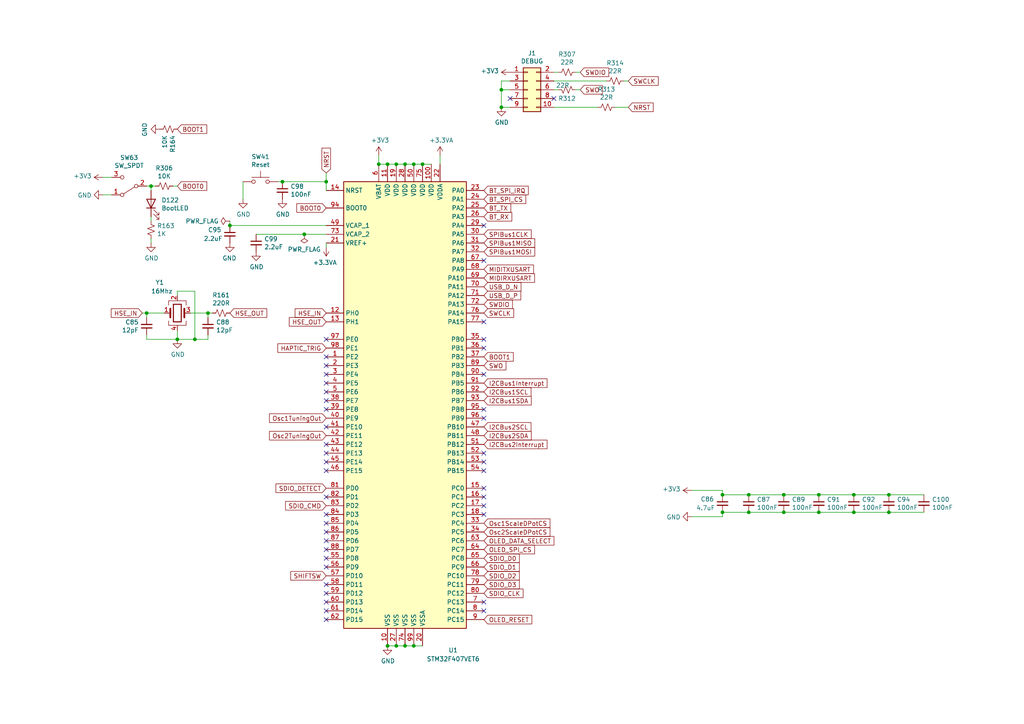
<source format=kicad_sch>
(kicad_sch (version 20210621) (generator eeschema)
  (paper "A4")
  (lib_symbols
    (symbol "Connector_Generic:Conn_02x05_Odd_Even" (pin_names (offset 1.016) hide)
      (property "Reference" "J" (at 1.27 7.62 0))
      (property "Value" "Conn_02x05_Odd_Even" (at 1.27 -7.62 0))
      (symbol "Conn_02x05_Odd_Even_1_1"
        (rectangle (start -1.27 -4.953) (end 0 -5.207) (stroke (width 0.1524)))
        (rectangle (start -1.27 -2.413) (end 0 -2.667) (stroke (width 0.1524)))
        (rectangle (start -1.27 0.127) (end 0 -0.127) (stroke (width 0.1524)))
        (rectangle (start -1.27 2.667) (end 0 2.413) (stroke (width 0.1524)))
        (rectangle (start -1.27 5.207) (end 0 4.953) (stroke (width 0.1524)))
        (rectangle (start 3.81 -4.953) (end 2.54 -5.207) (stroke (width 0.1524)))
        (rectangle (start 3.81 -2.413) (end 2.54 -2.667) (stroke (width 0.1524)))
        (rectangle (start 3.81 0.127) (end 2.54 -0.127) (stroke (width 0.1524)))
        (rectangle (start 3.81 2.667) (end 2.54 2.413) (stroke (width 0.1524)))
        (rectangle (start 3.81 5.207) (end 2.54 4.953) (stroke (width 0.1524)))
        (rectangle (start -1.27 6.35) (end 3.81 -6.35) (stroke (width 0.254)) (fill (type background)))
        (pin passive line (at -5.08 5.08 0) (length 3.81) (name "Pin_1") (number "1"))
        (pin passive line (at 7.62 -5.08 180) (length 3.81) (name "Pin_10") (number "10"))
        (pin passive line (at 7.62 5.08 180) (length 3.81) (name "Pin_2") (number "2"))
        (pin passive line (at -5.08 2.54 0) (length 3.81) (name "Pin_3") (number "3"))
        (pin passive line (at 7.62 2.54 180) (length 3.81) (name "Pin_4") (number "4"))
        (pin passive line (at -5.08 0 0) (length 3.81) (name "Pin_5") (number "5"))
        (pin passive line (at 7.62 0 180) (length 3.81) (name "Pin_6") (number "6"))
        (pin passive line (at -5.08 -2.54 0) (length 3.81) (name "Pin_7") (number "7"))
        (pin passive line (at 7.62 -2.54 180) (length 3.81) (name "Pin_8") (number "8"))
        (pin passive line (at -5.08 -5.08 0) (length 3.81) (name "Pin_9") (number "9"))
      )
    )
    (symbol "Device:C_Small" (pin_numbers hide) (pin_names (offset 0.254) hide)
      (property "Reference" "C" (at 0.254 1.778 0))
      (property "Value" "C_Small" (at 0.254 -2.032 0))
      (symbol "C_Small_0_1"
        (polyline (pts (xy -1.524 -0.508) (xy 1.524 -0.508)) (stroke (width 0.3302)))
        (polyline (pts (xy -1.524 0.508) (xy 1.524 0.508)) (stroke (width 0.3048)))
      )
      (symbol "C_Small_1_1"
        (pin passive line (at 0 2.54 270) (length 2.032) (name "~") (number "1"))
        (pin passive line (at 0 -2.54 90) (length 2.032) (name "~") (number "2"))
      )
    )
    (symbol "Device:Crystal_GND24" (pin_names (offset 1.016) hide)
      (property "Reference" "Y" (at 3.175 5.08 0))
      (property "Value" "Crystal_GND24" (at 3.175 3.175 0))
      (symbol "Crystal_GND24_0_1"
        (rectangle (start -1.143 2.54) (end 1.143 -2.54) (stroke (width 0.3048)))
        (polyline (pts (xy -2.54 0) (xy -2.032 0)))
        (polyline (pts (xy -2.032 -1.27) (xy -2.032 1.27)) (stroke (width 0.508)))
        (polyline (pts (xy 0 -3.81) (xy 0 -3.556)))
        (polyline (pts (xy 0 3.556) (xy 0 3.81)))
        (polyline (pts (xy 2.032 -1.27) (xy 2.032 1.27)) (stroke (width 0.508)))
        (polyline (pts (xy 2.032 0) (xy 2.54 0)))
        (polyline (pts (xy -2.54 -2.286) (xy -2.54 -3.556) (xy 2.54 -3.556) (xy 2.54 -2.286)))
        (polyline (pts (xy -2.54 2.286) (xy -2.54 3.556) (xy 2.54 3.556) (xy 2.54 2.286)))
      )
      (symbol "Crystal_GND24_1_1"
        (pin passive line (at -3.81 0 0) (length 1.27) (name "1") (number "1"))
        (pin passive line (at 0 5.08 270) (length 1.27) (name "2") (number "2"))
        (pin passive line (at 3.81 0 180) (length 1.27) (name "3") (number "3"))
        (pin passive line (at 0 -5.08 90) (length 1.27) (name "4") (number "4"))
      )
    )
    (symbol "Device:LED" (pin_numbers hide) (pin_names (offset 1.016) hide)
      (property "Reference" "D" (at 0 2.54 0))
      (property "Value" "LED" (at 0 -2.54 0))
      (symbol "LED_0_1"
        (polyline (pts (xy -1.27 -1.27) (xy -1.27 1.27)) (stroke (width 0.254)))
        (polyline (pts (xy -1.27 0) (xy 1.27 0)))
        (polyline (pts (xy 1.27 -1.27) (xy 1.27 1.27) (xy -1.27 0) (xy 1.27 -1.27)) (stroke (width 0.254)))
        (polyline (pts (xy -3.048 -0.762) (xy -4.572 -2.286) (xy -3.81 -2.286) (xy -4.572 -2.286) (xy -4.572 -1.524)))
        (polyline (pts (xy -1.778 -0.762) (xy -3.302 -2.286) (xy -2.54 -2.286) (xy -3.302 -2.286) (xy -3.302 -1.524)))
      )
      (symbol "LED_1_1"
        (pin passive line (at -3.81 0 0) (length 2.54) (name "K") (number "1"))
        (pin passive line (at 3.81 0 180) (length 2.54) (name "A") (number "2"))
      )
    )
    (symbol "Device:R_Small_US" (pin_numbers hide) (pin_names (offset 0.254) hide)
      (property "Reference" "R" (at 0.762 0.508 0))
      (property "Value" "R_Small_US" (at 0.762 -1.016 0))
      (symbol "R_Small_US_1_1"
        (polyline (pts (xy 0 0) (xy 1.016 -0.381) (xy 0 -0.762) (xy -1.016 -1.143) (xy 0 -1.524)))
        (polyline (pts (xy 0 1.524) (xy 1.016 1.143) (xy 0 0.762) (xy -1.016 0.381) (xy 0 0)))
        (pin passive line (at 0 2.54 270) (length 1.016) (name "~") (number "1"))
        (pin passive line (at 0 -2.54 90) (length 1.016) (name "~") (number "2"))
      )
    )
    (symbol "MCU_ST_STM32F4:STM32F407VETx"
      (property "Reference" "U" (at -17.78 64.77 0))
      (property "Value" "STM32F407VETx" (at 12.7 64.77 0))
      (symbol "STM32F407VETx_0_1"
        (rectangle (start -17.78 -66.04) (end 17.78 63.5) (stroke (width 0.254)) (fill (type background)))
      )
      (symbol "STM32F407VETx_1_1"
        (pin bidirectional line (at -22.86 12.7 0) (length 5.08) (name "PE2") (number "1"))
        (pin power_in line (at -5.08 -71.12 90) (length 5.08) (name "VSS") (number "10"))
        (pin power_in line (at 7.62 68.58 270) (length 5.08) (name "VDD") (number "100"))
        (pin power_in line (at -5.08 68.58 270) (length 5.08) (name "VDD") (number "11"))
        (pin input line (at -22.86 25.4 0) (length 5.08) (name "PH0") (number "12"))
        (pin input line (at -22.86 22.86 0) (length 5.08) (name "PH1") (number "13"))
        (pin input line (at -22.86 60.96 0) (length 5.08) (name "NRST") (number "14"))
        (pin bidirectional line (at 22.86 -25.4 180) (length 5.08) (name "PC0") (number "15"))
        (pin bidirectional line (at 22.86 -27.94 180) (length 5.08) (name "PC1") (number "16"))
        (pin bidirectional line (at 22.86 -30.48 180) (length 5.08) (name "PC2") (number "17"))
        (pin bidirectional line (at 22.86 -33.02 180) (length 5.08) (name "PC3") (number "18"))
        (pin power_in line (at -2.54 68.58 270) (length 5.08) (name "VDD") (number "19"))
        (pin bidirectional line (at -22.86 10.16 0) (length 5.08) (name "PE3") (number "2"))
        (pin power_in line (at 5.08 -71.12 90) (length 5.08) (name "VSSA") (number "20"))
        (pin power_in line (at -22.86 45.72 0) (length 5.08) (name "VREF+") (number "21"))
        (pin power_in line (at 10.16 68.58 270) (length 5.08) (name "VDDA") (number "22"))
        (pin bidirectional line (at 22.86 60.96 180) (length 5.08) (name "PA0") (number "23"))
        (pin bidirectional line (at 22.86 58.42 180) (length 5.08) (name "PA1") (number "24"))
        (pin bidirectional line (at 22.86 55.88 180) (length 5.08) (name "PA2") (number "25"))
        (pin bidirectional line (at 22.86 53.34 180) (length 5.08) (name "PA3") (number "26"))
        (pin power_in line (at -2.54 -71.12 90) (length 5.08) (name "VSS") (number "27"))
        (pin power_in line (at 0 68.58 270) (length 5.08) (name "VDD") (number "28"))
        (pin bidirectional line (at 22.86 50.8 180) (length 5.08) (name "PA4") (number "29"))
        (pin bidirectional line (at -22.86 7.62 0) (length 5.08) (name "PE4") (number "3"))
        (pin bidirectional line (at 22.86 48.26 180) (length 5.08) (name "PA5") (number "30"))
        (pin bidirectional line (at 22.86 45.72 180) (length 5.08) (name "PA6") (number "31"))
        (pin bidirectional line (at 22.86 43.18 180) (length 5.08) (name "PA7") (number "32"))
        (pin bidirectional line (at 22.86 -35.56 180) (length 5.08) (name "PC4") (number "33"))
        (pin bidirectional line (at 22.86 -38.1 180) (length 5.08) (name "PC5") (number "34"))
        (pin bidirectional line (at 22.86 17.78 180) (length 5.08) (name "PB0") (number "35"))
        (pin bidirectional line (at 22.86 15.24 180) (length 5.08) (name "PB1") (number "36"))
        (pin bidirectional line (at 22.86 12.7 180) (length 5.08) (name "PB2") (number "37"))
        (pin bidirectional line (at -22.86 0 0) (length 5.08) (name "PE7") (number "38"))
        (pin bidirectional line (at -22.86 -2.54 0) (length 5.08) (name "PE8") (number "39"))
        (pin bidirectional line (at -22.86 5.08 0) (length 5.08) (name "PE5") (number "4"))
        (pin bidirectional line (at -22.86 -5.08 0) (length 5.08) (name "PE9") (number "40"))
        (pin bidirectional line (at -22.86 -7.62 0) (length 5.08) (name "PE10") (number "41"))
        (pin bidirectional line (at -22.86 -10.16 0) (length 5.08) (name "PE11") (number "42"))
        (pin bidirectional line (at -22.86 -12.7 0) (length 5.08) (name "PE12") (number "43"))
        (pin bidirectional line (at -22.86 -15.24 0) (length 5.08) (name "PE13") (number "44"))
        (pin bidirectional line (at -22.86 -17.78 0) (length 5.08) (name "PE14") (number "45"))
        (pin bidirectional line (at -22.86 -20.32 0) (length 5.08) (name "PE15") (number "46"))
        (pin bidirectional line (at 22.86 -7.62 180) (length 5.08) (name "PB10") (number "47"))
        (pin bidirectional line (at 22.86 -10.16 180) (length 5.08) (name "PB11") (number "48"))
        (pin power_in line (at -22.86 50.8 0) (length 5.08) (name "VCAP_1") (number "49"))
        (pin bidirectional line (at -22.86 2.54 0) (length 5.08) (name "PE6") (number "5"))
        (pin power_in line (at 2.54 68.58 270) (length 5.08) (name "VDD") (number "50"))
        (pin bidirectional line (at 22.86 -12.7 180) (length 5.08) (name "PB12") (number "51"))
        (pin bidirectional line (at 22.86 -15.24 180) (length 5.08) (name "PB13") (number "52"))
        (pin bidirectional line (at 22.86 -17.78 180) (length 5.08) (name "PB14") (number "53"))
        (pin bidirectional line (at 22.86 -20.32 180) (length 5.08) (name "PB15") (number "54"))
        (pin bidirectional line (at -22.86 -45.72 0) (length 5.08) (name "PD8") (number "55"))
        (pin bidirectional line (at -22.86 -48.26 0) (length 5.08) (name "PD9") (number "56"))
        (pin bidirectional line (at -22.86 -50.8 0) (length 5.08) (name "PD10") (number "57"))
        (pin bidirectional line (at -22.86 -53.34 0) (length 5.08) (name "PD11") (number "58"))
        (pin bidirectional line (at -22.86 -55.88 0) (length 5.08) (name "PD12") (number "59"))
        (pin power_in line (at -7.62 68.58 270) (length 5.08) (name "VBAT") (number "6"))
        (pin bidirectional line (at -22.86 -58.42 0) (length 5.08) (name "PD13") (number "60"))
        (pin bidirectional line (at -22.86 -60.96 0) (length 5.08) (name "PD14") (number "61"))
        (pin bidirectional line (at -22.86 -63.5 0) (length 5.08) (name "PD15") (number "62"))
        (pin bidirectional line (at 22.86 -40.64 180) (length 5.08) (name "PC6") (number "63"))
        (pin bidirectional line (at 22.86 -43.18 180) (length 5.08) (name "PC7") (number "64"))
        (pin bidirectional line (at 22.86 -45.72 180) (length 5.08) (name "PC8") (number "65"))
        (pin bidirectional line (at 22.86 -48.26 180) (length 5.08) (name "PC9") (number "66"))
        (pin bidirectional line (at 22.86 40.64 180) (length 5.08) (name "PA8") (number "67"))
        (pin bidirectional line (at 22.86 38.1 180) (length 5.08) (name "PA9") (number "68"))
        (pin bidirectional line (at 22.86 35.56 180) (length 5.08) (name "PA10") (number "69"))
        (pin bidirectional line (at 22.86 -58.42 180) (length 5.08) (name "PC13") (number "7"))
        (pin bidirectional line (at 22.86 33.02 180) (length 5.08) (name "PA11") (number "70"))
        (pin bidirectional line (at 22.86 30.48 180) (length 5.08) (name "PA12") (number "71"))
        (pin bidirectional line (at 22.86 27.94 180) (length 5.08) (name "PA13") (number "72"))
        (pin power_in line (at -22.86 48.26 0) (length 5.08) (name "VCAP_2") (number "73"))
        (pin power_in line (at 0 -71.12 90) (length 5.08) (name "VSS") (number "74"))
        (pin power_in line (at 5.08 68.58 270) (length 5.08) (name "VDD") (number "75"))
        (pin bidirectional line (at 22.86 25.4 180) (length 5.08) (name "PA14") (number "76"))
        (pin bidirectional line (at 22.86 22.86 180) (length 5.08) (name "PA15") (number "77"))
        (pin bidirectional line (at 22.86 -50.8 180) (length 5.08) (name "PC10") (number "78"))
        (pin bidirectional line (at 22.86 -53.34 180) (length 5.08) (name "PC11") (number "79"))
        (pin bidirectional line (at 22.86 -60.96 180) (length 5.08) (name "PC14") (number "8"))
        (pin bidirectional line (at 22.86 -55.88 180) (length 5.08) (name "PC12") (number "80"))
        (pin bidirectional line (at -22.86 -25.4 0) (length 5.08) (name "PD0") (number "81"))
        (pin bidirectional line (at -22.86 -27.94 0) (length 5.08) (name "PD1") (number "82"))
        (pin bidirectional line (at -22.86 -30.48 0) (length 5.08) (name "PD2") (number "83"))
        (pin bidirectional line (at -22.86 -33.02 0) (length 5.08) (name "PD3") (number "84"))
        (pin bidirectional line (at -22.86 -35.56 0) (length 5.08) (name "PD4") (number "85"))
        (pin bidirectional line (at -22.86 -38.1 0) (length 5.08) (name "PD5") (number "86"))
        (pin bidirectional line (at -22.86 -40.64 0) (length 5.08) (name "PD6") (number "87"))
        (pin bidirectional line (at -22.86 -43.18 0) (length 5.08) (name "PD7") (number "88"))
        (pin bidirectional line (at 22.86 10.16 180) (length 5.08) (name "PB3") (number "89"))
        (pin bidirectional line (at 22.86 -63.5 180) (length 5.08) (name "PC15") (number "9"))
        (pin bidirectional line (at 22.86 7.62 180) (length 5.08) (name "PB4") (number "90"))
        (pin bidirectional line (at 22.86 5.08 180) (length 5.08) (name "PB5") (number "91"))
        (pin bidirectional line (at 22.86 2.54 180) (length 5.08) (name "PB6") (number "92"))
        (pin bidirectional line (at 22.86 0 180) (length 5.08) (name "PB7") (number "93"))
        (pin input line (at -22.86 55.88 0) (length 5.08) (name "BOOT0") (number "94"))
        (pin bidirectional line (at 22.86 -2.54 180) (length 5.08) (name "PB8") (number "95"))
        (pin bidirectional line (at 22.86 -5.08 180) (length 5.08) (name "PB9") (number "96"))
        (pin bidirectional line (at -22.86 17.78 0) (length 5.08) (name "PE0") (number "97"))
        (pin bidirectional line (at -22.86 15.24 0) (length 5.08) (name "PE1") (number "98"))
        (pin power_in line (at 2.54 -71.12 90) (length 5.08) (name "VSS") (number "99"))
      )
    )
    (symbol "Switch:SW_Push" (pin_numbers hide) (pin_names (offset 1.016) hide)
      (property "Reference" "SW" (at 1.27 2.54 0))
      (property "Value" "SW_Push" (at 0 -1.524 0))
      (symbol "SW_Push_0_1"
        (circle (center -2.032 0) (radius 0.508))
        (circle (center 2.032 0) (radius 0.508))
        (polyline (pts (xy 0 1.27) (xy 0 3.048)))
        (polyline (pts (xy 2.54 1.27) (xy -2.54 1.27)))
        (pin passive line (at -5.08 0 0) (length 2.54) (name "1") (number "1"))
        (pin passive line (at 5.08 0 180) (length 2.54) (name "2") (number "2"))
      )
    )
    (symbol "Switch:SW_SPDT" (pin_names (offset 0) hide)
      (property "Reference" "SW" (at 0 4.318 0))
      (property "Value" "SW_SPDT" (at 0 -5.08 0))
      (symbol "SW_SPDT_0_0"
        (circle (center -2.032 0) (radius 0.508))
        (circle (center 2.032 -2.54) (radius 0.508))
      )
      (symbol "SW_SPDT_0_1"
        (circle (center 2.032 2.54) (radius 0.508))
        (polyline (pts (xy -1.524 0.254) (xy 1.651 2.286)))
      )
      (symbol "SW_SPDT_1_1"
        (pin passive line (at 5.08 2.54 180) (length 2.54) (name "A") (number "1"))
        (pin passive line (at -5.08 0 0) (length 2.54) (name "B") (number "2"))
        (pin passive line (at 5.08 -2.54 180) (length 2.54) (name "C") (number "3"))
      )
    )
    (symbol "power:+3.3V" (power) (pin_names (offset 0))
      (property "Value" "+3.3V" (at 0 3.556 0))
      (symbol "+3.3V_0_1"
        (polyline (pts (xy -0.762 1.27) (xy 0 2.54)))
        (polyline (pts (xy 0 0) (xy 0 2.54)))
        (polyline (pts (xy 0 2.54) (xy 0.762 1.27)))
      )
      (symbol "+3.3V_1_1"
        (pin power_in line (at 0 0 90) (length 0) hide (name "+3V3") (number "1"))
      )
    )
    (symbol "power:+3.3VA" (power) (pin_names (offset 0))
      (property "Value" "+3.3VA" (at 0 3.556 0))
      (symbol "+3.3VA_0_1"
        (polyline (pts (xy -0.762 1.27) (xy 0 2.54)))
        (polyline (pts (xy 0 0) (xy 0 2.54)))
        (polyline (pts (xy 0 2.54) (xy 0.762 1.27)))
      )
      (symbol "+3.3VA_1_1"
        (pin power_in line (at 0 0 90) (length 0) hide (name "+3.3VA") (number "1"))
      )
    )
    (symbol "power:GND" (power) (pin_names (offset 0))
      (property "Value" "GND" (at 0 -3.81 0))
      (symbol "GND_0_1"
        (polyline (pts (xy 0 0) (xy 0 -1.27) (xy 1.27 -1.27) (xy 0 -2.54) (xy -1.27 -1.27) (xy 0 -1.27)))
      )
      (symbol "GND_1_1"
        (pin power_in line (at 0 0 270) (length 0) hide (name "GND") (number "1"))
      )
    )
    (symbol "power:PWR_FLAG" (power) (pin_numbers hide) (pin_names (offset 0) hide)
      (property "Value" "PWR_FLAG" (at 0 3.81 0))
      (symbol "PWR_FLAG_0_0"
        (pin power_out line (at 0 0 90) (length 0) (name "pwr") (number "1"))
      )
      (symbol "PWR_FLAG_0_1"
        (polyline (pts (xy 0 0) (xy 0 1.27) (xy -1.016 1.905) (xy 0 2.54) (xy 1.016 1.905) (xy 0 1.27)))
      )
    )
  )
  (junction (at 42.545 90.805))
  (junction (at 43.815 53.975))
  (junction (at 51.435 98.425))
  (junction (at 56.515 98.425))
  (junction (at 60.325 90.805))
  (junction (at 66.675 65.405))
  (junction (at 81.915 52.705))
  (junction (at 88.265 67.945))
  (junction (at 94.615 52.705))
  (junction (at 109.855 47.625))
  (junction (at 112.395 47.625))
  (junction (at 112.395 187.325))
  (junction (at 114.935 47.625))
  (junction (at 114.935 187.325))
  (junction (at 117.475 47.625))
  (junction (at 117.475 187.325))
  (junction (at 120.015 47.625))
  (junction (at 120.015 187.325))
  (junction (at 122.555 47.625))
  (junction (at 145.415 26.035))
  (junction (at 145.415 31.115))
  (junction (at 209.55 143.51))
  (junction (at 209.55 148.59))
  (junction (at 217.17 143.51))
  (junction (at 217.17 148.59))
  (junction (at 227.33 143.51))
  (junction (at 227.33 148.59))
  (junction (at 237.49 143.51))
  (junction (at 237.49 148.59))
  (junction (at 247.65 143.51))
  (junction (at 247.65 148.59))
  (junction (at 257.81 143.51))
  (junction (at 257.81 148.59))
  (no_connect (at 94.615 98.425))
  (no_connect (at 94.615 103.505))
  (no_connect (at 94.615 106.045))
  (no_connect (at 94.615 108.585))
  (no_connect (at 94.615 111.125))
  (no_connect (at 94.615 113.665))
  (no_connect (at 94.615 116.205))
  (no_connect (at 94.615 118.745))
  (no_connect (at 94.615 123.825))
  (no_connect (at 94.615 128.905))
  (no_connect (at 94.615 131.445))
  (no_connect (at 94.615 133.985))
  (no_connect (at 94.615 136.525))
  (no_connect (at 94.615 144.145))
  (no_connect (at 94.615 149.225))
  (no_connect (at 94.615 151.765))
  (no_connect (at 94.615 154.305))
  (no_connect (at 94.615 156.845))
  (no_connect (at 94.615 159.385))
  (no_connect (at 94.615 161.925))
  (no_connect (at 94.615 164.465))
  (no_connect (at 94.615 169.545))
  (no_connect (at 94.615 172.085))
  (no_connect (at 94.615 174.625))
  (no_connect (at 94.615 177.165))
  (no_connect (at 94.615 179.705))
  (no_connect (at 140.335 65.405))
  (no_connect (at 140.335 75.565))
  (no_connect (at 140.335 93.345))
  (no_connect (at 140.335 98.425))
  (no_connect (at 140.335 100.965))
  (no_connect (at 140.335 108.585))
  (no_connect (at 140.335 118.745))
  (no_connect (at 140.335 121.285))
  (no_connect (at 140.335 131.445))
  (no_connect (at 140.335 133.985))
  (no_connect (at 140.335 136.525))
  (no_connect (at 140.335 141.605))
  (no_connect (at 140.335 144.145))
  (no_connect (at 140.335 146.685))
  (no_connect (at 140.335 149.225))
  (no_connect (at 140.335 174.625))
  (no_connect (at 140.335 177.165))
  (no_connect (at 147.955 28.575))
  (no_connect (at 160.655 28.575))
  (wire (pts (xy 29.845 51.435) (xy 32.385 51.435)))
  (wire (pts (xy 29.845 56.515) (xy 32.385 56.515)))
  (wire (pts (xy 42.545 90.805) (xy 41.275 90.805)))
  (wire (pts (xy 42.545 92.075) (xy 42.545 90.805)))
  (wire (pts (xy 42.545 97.155) (xy 42.545 98.425)))
  (wire (pts (xy 42.545 98.425) (xy 51.435 98.425)))
  (wire (pts (xy 43.815 53.975) (xy 42.545 53.975)))
  (wire (pts (xy 43.815 55.245) (xy 43.815 53.975)))
  (wire (pts (xy 43.815 64.135) (xy 43.815 62.865)))
  (wire (pts (xy 43.815 69.215) (xy 43.815 70.485)))
  (wire (pts (xy 45.085 53.975) (xy 43.815 53.975)))
  (wire (pts (xy 47.625 90.805) (xy 42.545 90.805)))
  (wire (pts (xy 50.165 53.975) (xy 51.435 53.975)))
  (wire (pts (xy 51.435 84.455) (xy 56.515 84.455)))
  (wire (pts (xy 51.435 85.725) (xy 51.435 84.455)))
  (wire (pts (xy 51.435 95.885) (xy 51.435 98.425)))
  (wire (pts (xy 51.435 98.425) (xy 56.515 98.425)))
  (wire (pts (xy 56.515 84.455) (xy 56.515 98.425)))
  (wire (pts (xy 56.515 98.425) (xy 60.325 98.425)))
  (wire (pts (xy 60.325 90.805) (xy 55.245 90.805)))
  (wire (pts (xy 60.325 92.075) (xy 60.325 90.805)))
  (wire (pts (xy 60.325 98.425) (xy 60.325 97.155)))
  (wire (pts (xy 61.595 90.805) (xy 60.325 90.805)))
  (wire (pts (xy 66.675 64.135) (xy 66.675 65.405)))
  (wire (pts (xy 66.675 65.405) (xy 94.615 65.405)))
  (wire (pts (xy 70.485 52.705) (xy 70.485 57.785)))
  (wire (pts (xy 80.645 52.705) (xy 81.915 52.705)))
  (wire (pts (xy 81.915 52.705) (xy 94.615 52.705)))
  (wire (pts (xy 88.265 67.945) (xy 74.295 67.945)))
  (wire (pts (xy 94.615 50.165) (xy 94.615 52.705)))
  (wire (pts (xy 94.615 52.705) (xy 94.615 55.245)))
  (wire (pts (xy 94.615 67.945) (xy 88.265 67.945)))
  (wire (pts (xy 94.615 71.755) (xy 94.615 70.485)))
  (wire (pts (xy 109.855 45.085) (xy 109.855 47.625)))
  (wire (pts (xy 109.855 47.625) (xy 112.395 47.625)))
  (wire (pts (xy 112.395 47.625) (xy 114.935 47.625)))
  (wire (pts (xy 114.935 47.625) (xy 117.475 47.625)))
  (wire (pts (xy 114.935 187.325) (xy 112.395 187.325)))
  (wire (pts (xy 117.475 47.625) (xy 120.015 47.625)))
  (wire (pts (xy 117.475 187.325) (xy 114.935 187.325)))
  (wire (pts (xy 120.015 47.625) (xy 122.555 47.625)))
  (wire (pts (xy 120.015 187.325) (xy 117.475 187.325)))
  (wire (pts (xy 122.555 47.625) (xy 125.095 47.625)))
  (wire (pts (xy 122.555 187.325) (xy 120.015 187.325)))
  (wire (pts (xy 127.635 45.085) (xy 127.635 47.625)))
  (wire (pts (xy 145.415 23.495) (xy 145.415 26.035)))
  (wire (pts (xy 145.415 26.035) (xy 145.415 31.115)))
  (wire (pts (xy 147.955 23.495) (xy 145.415 23.495)))
  (wire (pts (xy 147.955 26.035) (xy 145.415 26.035)))
  (wire (pts (xy 147.955 31.115) (xy 145.415 31.115)))
  (wire (pts (xy 160.655 20.955) (xy 161.925 20.955)))
  (wire (pts (xy 160.655 23.495) (xy 175.895 23.495)))
  (wire (pts (xy 160.655 26.035) (xy 161.925 26.035)))
  (wire (pts (xy 160.655 31.115) (xy 173.355 31.115)))
  (wire (pts (xy 167.005 20.955) (xy 168.275 20.955)))
  (wire (pts (xy 167.005 26.035) (xy 168.275 26.035)))
  (wire (pts (xy 178.435 31.115) (xy 182.245 31.115)))
  (wire (pts (xy 180.975 23.495) (xy 182.245 23.495)))
  (wire (pts (xy 200.66 142.24) (xy 209.55 142.24)))
  (wire (pts (xy 200.66 149.86) (xy 209.55 149.86)))
  (wire (pts (xy 209.55 143.51) (xy 209.55 142.24)))
  (wire (pts (xy 209.55 143.51) (xy 217.17 143.51)))
  (wire (pts (xy 209.55 148.59) (xy 209.55 149.86)))
  (wire (pts (xy 217.17 143.51) (xy 227.33 143.51)))
  (wire (pts (xy 217.17 148.59) (xy 209.55 148.59)))
  (wire (pts (xy 227.33 143.51) (xy 237.49 143.51)))
  (wire (pts (xy 227.33 148.59) (xy 217.17 148.59)))
  (wire (pts (xy 237.49 143.51) (xy 247.65 143.51)))
  (wire (pts (xy 237.49 148.59) (xy 227.33 148.59)))
  (wire (pts (xy 247.65 143.51) (xy 257.81 143.51)))
  (wire (pts (xy 247.65 148.59) (xy 237.49 148.59)))
  (wire (pts (xy 257.81 143.51) (xy 267.97 143.51)))
  (wire (pts (xy 257.81 148.59) (xy 247.65 148.59)))
  (wire (pts (xy 267.97 148.59) (xy 257.81 148.59)))
  (global_label "HSE_IN" (shape input) (at 41.275 90.805 180) (property "Intersheet References" "${INTERSHEET_REFS}" (effects hide)))
  (global_label "BOOT1" (shape input) (at 51.435 37.465 0) (property "Intersheet References" "${INTERSHEET_REFS}" (effects hide)))
  (global_label "BOOT0" (shape input) (at 51.435 53.975 0) (property "Intersheet References" "${INTERSHEET_REFS}" (effects hide)))
  (global_label "HSE_OUT" (shape input) (at 66.675 90.805 0) (property "Intersheet References" "${INTERSHEET_REFS}" (effects hide)))
  (global_label "NRST" (shape input) (at 94.615 50.165 90) (property "Intersheet References" "${INTERSHEET_REFS}" (effects hide)))
  (global_label "BOOT0" (shape input) (at 94.615 60.325 180) (property "Intersheet References" "${INTERSHEET_REFS}" (effects hide)))
  (global_label "HSE_IN" (shape input) (at 94.615 90.805 180) (property "Intersheet References" "${INTERSHEET_REFS}" (effects hide)))
  (global_label "HSE_OUT" (shape input) (at 94.615 93.345 180) (property "Intersheet References" "${INTERSHEET_REFS}" (effects hide)))
  (global_label "HAPTIC_TRIG" (shape input) (at 94.615 100.965 180) (property "Intersheet References" "${INTERSHEET_REFS}" (effects hide)))
  (global_label "Osc1TuningOut" (shape input) (at 94.615 121.285 180) (property "Intersheet References" "${INTERSHEET_REFS}" (effects hide)))
  (global_label "Osc2TuningOut" (shape input) (at 94.615 126.365 180) (property "Intersheet References" "${INTERSHEET_REFS}" (effects hide)))
  (global_label "SDIO_DETECT" (shape input) (at 94.615 141.605 180) (property "Intersheet References" "${INTERSHEET_REFS}" (effects hide)))
  (global_label "SDIO_CMD" (shape input) (at 94.615 146.685 180) (property "Intersheet References" "${INTERSHEET_REFS}" (effects hide)))
  (global_label "SHIFTSW" (shape input) (at 94.615 167.005 180) (property "Intersheet References" "${INTERSHEET_REFS}" (effects hide)))
  (global_label "BT_SPI_IRQ" (shape input) (at 140.335 55.245 0) (property "Intersheet References" "${INTERSHEET_REFS}" (effects hide)))
  (global_label "BT_SPI_CS" (shape input) (at 140.335 57.785 0) (property "Intersheet References" "${INTERSHEET_REFS}" (effects hide)))
  (global_label "BT_TX" (shape input) (at 140.335 60.325 0) (property "Intersheet References" "${INTERSHEET_REFS}" (effects hide)))
  (global_label "BT_RX" (shape input) (at 140.335 62.865 0) (property "Intersheet References" "${INTERSHEET_REFS}" (effects hide)))
  (global_label "SPIBus1CLK" (shape input) (at 140.335 67.945 0) (property "Intersheet References" "${INTERSHEET_REFS}" (effects hide)))
  (global_label "SPIBus1MISO" (shape input) (at 140.335 70.485 0) (property "Intersheet References" "${INTERSHEET_REFS}" (effects hide)))
  (global_label "SPIBus1MOSI" (shape input) (at 140.335 73.025 0) (property "Intersheet References" "${INTERSHEET_REFS}" (effects hide)))
  (global_label "MIDITXUSART" (shape input) (at 140.335 78.105 0) (property "Intersheet References" "${INTERSHEET_REFS}" (effects hide)))
  (global_label "MIDIRXUSART" (shape input) (at 140.335 80.645 0) (property "Intersheet References" "${INTERSHEET_REFS}" (effects hide)))
  (global_label "USB_D_N" (shape input) (at 140.335 83.185 0) (property "Intersheet References" "${INTERSHEET_REFS}" (effects hide)))
  (global_label "USB_D_P" (shape input) (at 140.335 85.725 0) (property "Intersheet References" "${INTERSHEET_REFS}" (effects hide)))
  (global_label "SWDIO" (shape input) (at 140.335 88.265 0) (property "Intersheet References" "${INTERSHEET_REFS}" (effects hide)))
  (global_label "SWCLK" (shape input) (at 140.335 90.805 0) (property "Intersheet References" "${INTERSHEET_REFS}" (effects hide)))
  (global_label "BOOT1" (shape input) (at 140.335 103.505 0) (property "Intersheet References" "${INTERSHEET_REFS}" (effects hide)))
  (global_label "SWO" (shape input) (at 140.335 106.045 0) (property "Intersheet References" "${INTERSHEET_REFS}" (effects hide)))
  (global_label "I2CBus1Interrupt" (shape input) (at 140.335 111.125 0) (property "Intersheet References" "${INTERSHEET_REFS}" (effects hide)))
  (global_label "I2CBus1SCL" (shape input) (at 140.335 113.665 0) (property "Intersheet References" "${INTERSHEET_REFS}" (effects hide)))
  (global_label "I2CBus1SDA" (shape input) (at 140.335 116.205 0) (property "Intersheet References" "${INTERSHEET_REFS}" (effects hide)))
  (global_label "I2CBus2SCL" (shape input) (at 140.335 123.825 0) (property "Intersheet References" "${INTERSHEET_REFS}" (effects hide)))
  (global_label "I2CBus2SDA" (shape input) (at 140.335 126.365 0) (property "Intersheet References" "${INTERSHEET_REFS}" (effects hide)))
  (global_label "I2CBus2Interrupt" (shape input) (at 140.335 128.905 0) (property "Intersheet References" "${INTERSHEET_REFS}" (effects hide)))
  (global_label "Osc1ScaleDPotCS" (shape input) (at 140.335 151.765 0) (property "Intersheet References" "${INTERSHEET_REFS}" (effects hide)))
  (global_label "Osc2ScaleDPotCS" (shape input) (at 140.335 154.305 0) (property "Intersheet References" "${INTERSHEET_REFS}" (effects hide)))
  (global_label "OLED_DATA_SELECT" (shape input) (at 140.335 156.845 0) (property "Intersheet References" "${INTERSHEET_REFS}" (effects hide)))
  (global_label "OLED_SPI_CS" (shape input) (at 140.335 159.385 0) (property "Intersheet References" "${INTERSHEET_REFS}" (effects hide)))
  (global_label "SDIO_D0" (shape input) (at 140.335 161.925 0) (property "Intersheet References" "${INTERSHEET_REFS}" (effects hide)))
  (global_label "SDIO_D1" (shape input) (at 140.335 164.465 0) (property "Intersheet References" "${INTERSHEET_REFS}" (effects hide)))
  (global_label "SDIO_D2" (shape input) (at 140.335 167.005 0) (property "Intersheet References" "${INTERSHEET_REFS}" (effects hide)))
  (global_label "SDIO_D3" (shape input) (at 140.335 169.545 0) (property "Intersheet References" "${INTERSHEET_REFS}" (effects hide)))
  (global_label "SDIO_CLK" (shape input) (at 140.335 172.085 0) (property "Intersheet References" "${INTERSHEET_REFS}" (effects hide)))
  (global_label "OLED_RESET" (shape input) (at 140.335 179.705 0) (property "Intersheet References" "${INTERSHEET_REFS}" (effects hide)))
  (global_label "SWDIO" (shape input) (at 168.275 20.955 0) (property "Intersheet References" "${INTERSHEET_REFS}" (effects hide)))
  (global_label "SWO" (shape input) (at 168.275 26.035 0) (property "Intersheet References" "${INTERSHEET_REFS}" (effects hide)))
  (global_label "SWCLK" (shape input) (at 182.245 23.495 0) (property "Intersheet References" "${INTERSHEET_REFS}" (effects hide)))
  (global_label "NRST" (shape input) (at 182.245 31.115 0) (property "Intersheet References" "${INTERSHEET_REFS}" (effects hide)))
  (symbol (lib_id "power:+3.3V") (at 29.845 51.435 90) (unit 1)
    (property "Reference" "#PWR0972" (effects hide))
    (property "Value" "+3.3V" (at 26.5938 51.054 90) (effects (justify left)))
  )
  (symbol (lib_id "power:+3.3VA") (at 94.615 71.755 180) (unit 1)
    (property "Reference" "#PWR0323" (effects hide))
    (property "Value" "+3.3VA" (at 94.234 76.1492 0))
  )
  (symbol (lib_id "power:+3.3V") (at 109.855 45.085 0) (unit 1)
    (property "Reference" "#PWR0302" (effects hide))
    (property "Value" "+3.3V" (at 110.236 40.6908 0))
  )
  (symbol (lib_id "power:+3.3VA") (at 127.635 45.085 0) (unit 1)
    (property "Reference" "#PWR0303" (effects hide))
    (property "Value" "+3.3VA" (at 128.016 40.6908 0))
  )
  (symbol (lib_id "power:+3.3V") (at 147.955 20.955 90) (unit 1)
    (property "Reference" "#PWR0318" (effects hide))
    (property "Value" "+3.3V" (at 144.7038 20.574 90) (effects (justify left)))
  )
  (symbol (lib_id "power:+3.3V") (at 200.66 142.24 90) (unit 1)
    (property "Reference" "#PWR0295" (effects hide))
    (property "Value" "+3.3V" (at 197.4088 141.859 90) (effects (justify left)))
  )
  (symbol (lib_id "power:PWR_FLAG") (at 66.675 64.135 90) (unit 1)
    (property "Reference" "#FLG0105" (effects hide))
    (property "Value" "PWR_FLAG" (at 63.4492 64.135 90) (effects (justify left)))
  )
  (symbol (lib_id "power:PWR_FLAG") (at 88.265 67.945 180) (unit 1)
    (property "Reference" "#FLG0106" (effects hide))
    (property "Value" "PWR_FLAG" (at 88.265 72.3392 0))
  )
  (symbol (lib_id "power:GND") (at 29.845 56.515 270) (unit 1)
    (property "Reference" "#PWR0973" (effects hide))
    (property "Value" "GND" (at 26.5938 56.642 90) (effects (justify right)))
  )
  (symbol (lib_id "power:GND") (at 43.815 70.485 0) (unit 1)
    (property "Reference" "#PWR0969" (effects hide))
    (property "Value" "GND" (at 43.942 74.8792 0))
  )
  (symbol (lib_id "power:GND") (at 46.355 37.465 270) (unit 1)
    (property "Reference" "#PWR0307" (effects hide))
    (property "Value" "GND" (at 41.9608 37.592 0))
  )
  (symbol (lib_id "power:GND") (at 51.435 98.425 0) (unit 1)
    (property "Reference" "#PWR0314" (effects hide))
    (property "Value" "GND" (at 51.562 102.8192 0))
  )
  (symbol (lib_id "power:GND") (at 66.675 70.485 0) (mirror y) (unit 1)
    (property "Reference" "#PWR0297" (effects hide))
    (property "Value" "GND" (at 66.548 74.8792 0))
  )
  (symbol (lib_id "power:GND") (at 70.485 57.785 0) (unit 1)
    (property "Reference" "#PWR0300" (effects hide))
    (property "Value" "GND" (at 70.612 62.1792 0))
  )
  (symbol (lib_id "power:GND") (at 74.295 73.025 0) (unit 1)
    (property "Reference" "#PWR0298" (effects hide))
    (property "Value" "GND" (at 74.422 77.4192 0))
  )
  (symbol (lib_id "power:GND") (at 81.915 57.785 0) (unit 1)
    (property "Reference" "#PWR0301" (effects hide))
    (property "Value" "GND" (at 82.042 62.1792 0))
  )
  (symbol (lib_id "power:GND") (at 112.395 187.325 0) (unit 1)
    (property "Reference" "#PWR0296" (effects hide))
    (property "Value" "GND" (at 112.522 191.7192 0))
  )
  (symbol (lib_id "power:GND") (at 145.415 31.115 0) (unit 1)
    (property "Reference" "#PWR0319" (effects hide))
    (property "Value" "GND" (at 145.542 35.5092 0))
  )
  (symbol (lib_id "power:GND") (at 200.66 149.86 270) (unit 1)
    (property "Reference" "#PWR0299" (effects hide))
    (property "Value" "GND" (at 197.4088 149.987 90) (effects (justify right)))
  )
  (symbol (lib_id "Device:R_Small_US") (at 43.815 66.675 0) (unit 1)
    (property "Reference" "R163" (at 45.5422 65.5066 0) (effects (justify left)))
    (property "Value" "1K" (at 45.5422 67.818 0) (effects (justify left)))
    (property "Footprint" "Resistor_SMD:R_0402_1005Metric" (effects hide))
    (property "LCSC" "C11702" (effects hide))
  )
  (symbol (lib_id "Device:R_Small_US") (at 47.625 53.975 270) (unit 1)
    (property "Reference" "R306" (at 47.625 48.768 90))
    (property "Value" "10K" (at 47.625 51.0794 90))
    (property "Footprint" "Resistor_SMD:R_0402_1005Metric" (effects hide))
    (property "LCSC" "C25744" (effects hide))
  )
  (symbol (lib_id "Device:R_Small_US") (at 48.895 37.465 270) (unit 1)
    (property "Reference" "R164" (at 50.0634 39.1922 0) (effects (justify left)))
    (property "Value" "10K" (at 47.752 39.1922 0) (effects (justify left)))
    (property "Footprint" "Resistor_SMD:R_0402_1005Metric" (effects hide))
    (property "LCSC" "C25744" (effects hide))
  )
  (symbol (lib_id "Device:R_Small_US") (at 64.135 90.805 270) (unit 1)
    (property "Reference" "R161" (at 64.135 85.598 90))
    (property "Value" "220R" (at 64.135 87.9094 90))
    (property "Footprint" "Resistor_SMD:R_0402_1005Metric" (effects hide))
    (property "LCSC" "C25151" (effects hide))
  )
  (symbol (lib_id "Device:R_Small_US") (at 164.465 20.955 270) (unit 1)
    (property "Reference" "R307" (at 164.465 15.748 90))
    (property "Value" "22R" (at 164.465 18.0594 90))
    (property "Footprint" "Resistor_SMD:R_0603_1608Metric" (effects hide))
    (property "LCSC" "C23345" (effects hide))
  )
  (symbol (lib_id "Device:R_Small_US") (at 164.465 26.035 270) (mirror x) (unit 1)
    (property "Reference" "R312" (at 164.465 28.575 90))
    (property "Value" "22R" (at 163.195 24.765 90))
    (property "Footprint" "Resistor_SMD:R_0603_1608Metric" (effects hide))
    (property "LCSC" "C23345" (effects hide))
  )
  (symbol (lib_id "Device:R_Small_US") (at 175.895 31.115 270) (unit 1)
    (property "Reference" "R313" (at 175.895 25.908 90))
    (property "Value" "22R" (at 175.895 28.2194 90))
    (property "Footprint" "Resistor_SMD:R_0603_1608Metric" (effects hide))
    (property "LCSC" "C23345" (effects hide))
  )
  (symbol (lib_id "Device:R_Small_US") (at 178.435 23.495 270) (unit 1)
    (property "Reference" "R314" (at 178.435 18.288 90))
    (property "Value" "22R" (at 178.435 20.5994 90))
    (property "Footprint" "Resistor_SMD:R_0603_1608Metric" (effects hide))
    (property "LCSC" "C23345" (effects hide))
  )
  (symbol (lib_id "Device:C_Small") (at 42.545 94.615 0) (mirror x) (unit 1)
    (property "Reference" "C85" (at 40.2336 93.4466 0) (effects (justify right)))
    (property "Value" "12pF" (at 40.2336 95.758 0) (effects (justify right)))
    (property "Footprint" "Capacitor_SMD:C_0402_1005Metric" (effects hide))
    (property "LCSC" "C1547" (effects hide))
  )
  (symbol (lib_id "Device:C_Small") (at 60.325 94.615 0) (mirror y) (unit 1)
    (property "Reference" "C88" (at 62.6618 93.4466 0) (effects (justify right)))
    (property "Value" "12pF" (at 62.6618 95.758 0) (effects (justify right)))
    (property "Footprint" "Capacitor_SMD:C_0402_1005Metric" (effects hide))
    (property "LCSC" "C1547" (effects hide))
  )
  (symbol (lib_id "Device:C_Small") (at 66.675 67.945 0) (unit 1)
    (property "Reference" "C95" (at 60.325 66.675 0) (effects (justify left)))
    (property "Value" "2.2uF" (at 59.055 69.215 0) (effects (justify left)))
    (property "Footprint" "Capacitor_SMD:C_0603_1608Metric" (effects hide))
    (property "LCSC" "C23630" (effects hide))
  )
  (symbol (lib_id "Device:C_Small") (at 74.295 70.485 0) (mirror y) (unit 1)
    (property "Reference" "C99" (at 76.6318 69.3166 0) (effects (justify right)))
    (property "Value" "2.2uF" (at 76.6318 71.628 0) (effects (justify right)))
    (property "Footprint" "Capacitor_SMD:C_0603_1608Metric" (effects hide))
    (property "LCSC" "C23630" (effects hide))
  )
  (symbol (lib_id "Device:C_Small") (at 81.915 55.245 0) (unit 1)
    (property "Reference" "C98" (at 84.2518 54.0766 0) (effects (justify left)))
    (property "Value" "100nF" (at 84.2518 56.388 0) (effects (justify left)))
    (property "Footprint" "Capacitor_SMD:C_0402_1005Metric" (effects hide))
    (property "LCSC" "C1525" (effects hide))
  )
  (symbol (lib_id "Device:C_Small") (at 209.55 146.05 0) (unit 1)
    (property "Reference" "C86" (at 203.2 144.78 0) (effects (justify left)))
    (property "Value" "4.7uF" (at 201.93 147.32 0) (effects (justify left)))
    (property "Footprint" "Capacitor_SMD:C_0805_2012Metric" (effects hide))
    (property "LCSC" "C1779" (effects hide))
  )
  (symbol (lib_id "Device:C_Small") (at 217.17 146.05 0) (unit 1)
    (property "Reference" "C87" (at 219.5068 144.8816 0) (effects (justify left)))
    (property "Value" "100nF" (at 219.5068 147.193 0) (effects (justify left)))
    (property "Footprint" "Capacitor_SMD:C_0402_1005Metric" (effects hide))
    (property "LCSC" "C1525" (effects hide))
  )
  (symbol (lib_id "Device:C_Small") (at 227.33 146.05 0) (unit 1)
    (property "Reference" "C89" (at 229.6668 144.8816 0) (effects (justify left)))
    (property "Value" "100nF" (at 229.6668 147.193 0) (effects (justify left)))
    (property "Footprint" "Capacitor_SMD:C_0402_1005Metric" (effects hide))
    (property "LCSC" "C1525" (effects hide))
  )
  (symbol (lib_id "Device:C_Small") (at 237.49 146.05 0) (unit 1)
    (property "Reference" "C91" (at 239.8268 144.8816 0) (effects (justify left)))
    (property "Value" "100nF" (at 239.8268 147.193 0) (effects (justify left)))
    (property "Footprint" "Capacitor_SMD:C_0402_1005Metric" (effects hide))
    (property "LCSC" "C1525" (effects hide))
  )
  (symbol (lib_id "Device:C_Small") (at 247.65 146.05 0) (unit 1)
    (property "Reference" "C92" (at 249.9868 144.8816 0) (effects (justify left)))
    (property "Value" "100nF" (at 249.9868 147.193 0) (effects (justify left)))
    (property "Footprint" "Capacitor_SMD:C_0402_1005Metric" (effects hide))
    (property "LCSC" "C1525" (effects hide))
  )
  (symbol (lib_id "Device:C_Small") (at 257.81 146.05 0) (unit 1)
    (property "Reference" "C94" (at 260.1468 144.8816 0) (effects (justify left)))
    (property "Value" "100nF" (at 260.1468 147.193 0) (effects (justify left)))
    (property "Footprint" "Capacitor_SMD:C_0402_1005Metric" (effects hide))
    (property "LCSC" "C1525" (effects hide))
  )
  (symbol (lib_id "Device:C_Small") (at 267.97 146.05 0) (unit 1)
    (property "Reference" "C100" (at 270.3068 144.8816 0) (effects (justify left)))
    (property "Value" "100nF" (at 270.3068 147.193 0) (effects (justify left)))
    (property "Footprint" "Capacitor_SMD:C_0402_1005Metric" (effects hide))
    (property "LCSC" "C1525" (effects hide))
  )
  (symbol (lib_id "Device:LED") (at 43.815 59.055 90) (unit 1)
    (property "Reference" "D122" (at 46.8122 58.0644 90) (effects (justify right)))
    (property "Value" "BootLED" (at 46.8122 60.3758 90) (effects (justify right)))
    (property "Footprint" "LED_SMD:LED_0603_1608Metric" (effects hide))
    (property "LCSC" "C72043" (effects hide))
  )
  (symbol (lib_id "Switch:SW_Push") (at 75.565 52.705 0) (unit 1)
    (property "Reference" "SW41" (at 75.565 45.466 0))
    (property "Value" "Reset" (at 75.565 47.7774 0))
    (property "Footprint" "PTS636:PTS636" (effects hide))
  )
  (symbol (lib_id "Switch:SW_SPDT") (at 37.465 53.975 180) (unit 1)
    (property "Reference" "SW63" (at 37.465 45.72 0))
    (property "Value" "SW_SPDT" (at 37.465 48.0314 0))
    (property "Footprint" "Button_Switch_SMD:SW_SPDT_PCM12" (effects hide))
  )
  (symbol (lib_id "Device:Crystal_GND24") (at 51.435 90.805 0) (unit 1)
    (property "Reference" "Y1" (at 45.085 81.915 0) (effects (justify left)))
    (property "Value" "16Mhz" (at 43.815 84.455 0) (effects (justify left)))
    (property "Footprint" "Crystal:Crystal_SMD_3225-4Pin_3.2x2.5mm" (effects hide))
    (property "LCSC" "C13738" (effects hide))
  )
  (symbol (lib_id "Connector_Generic:Conn_02x05_Odd_Even") (at 153.035 26.035 0) (unit 1)
    (property "Reference" "J1" (at 154.305 15.4432 0))
    (property "Value" "DEBUG" (at 154.305 17.7546 0))
    (property "Footprint" "Connector_PinHeader_1.27mm:PinHeader_2x05_P1.27mm_Vertical_SMD" (effects hide))
  )
  (symbol (lib_id "MCU_ST_STM32F4:STM32F407VETx") (at 117.475 116.205 0) (unit 1)
    (property "Reference" "U1" (at 131.445 188.595 0))
    (property "Value" "STM32F407VET6" (at 131.445 191.135 0))
    (property "Footprint" "Package_QFP:LQFP-100_14x14mm_P0.5mm" (effects hide))
    (property "Datasheet" "http://www.st.com/st-web-ui/static/active/en/resource/technical/document/datasheet/DM00037051.pdf" (effects hide))
    (property "LCSC" "C28730" (effects hide))
  )
)
</source>
